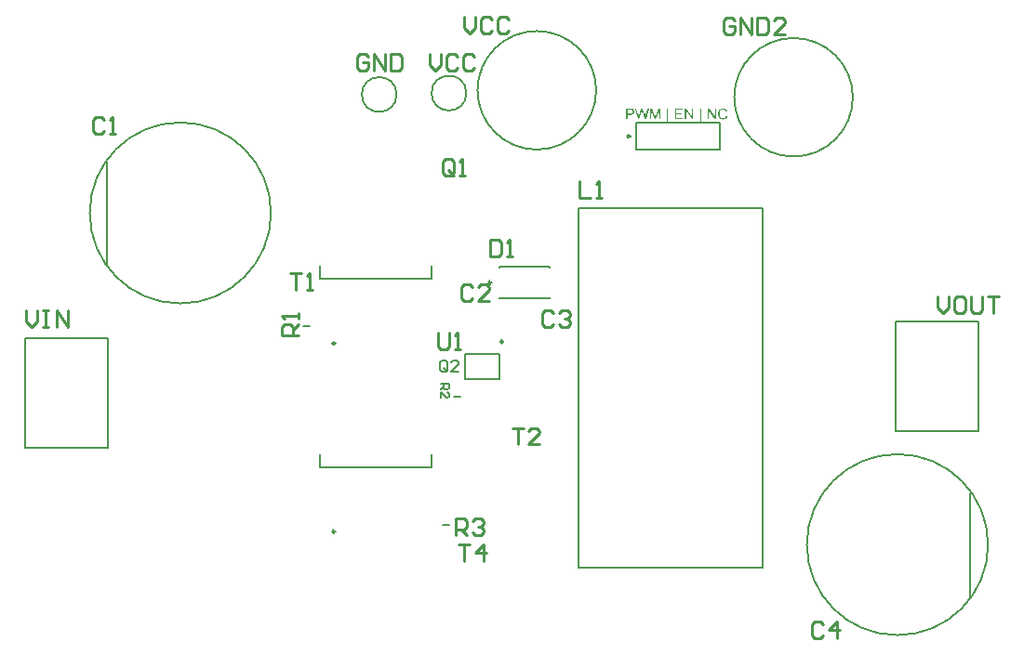
<source format=gto>
G04*
G04 #@! TF.GenerationSoftware,Altium Limited,Altium Designer,24.10.1 (45)*
G04*
G04 Layer_Color=65535*
%FSLAX44Y44*%
%MOMM*%
G71*
G04*
G04 #@! TF.SameCoordinates,4BA20A26-6699-4CC0-9CF9-A882EA70ABF6*
G04*
G04*
G04 #@! TF.FilePolarity,Positive*
G04*
G01*
G75*
%ADD10C,0.2000*%
%ADD11C,0.1500*%
%ADD12C,0.2500*%
%ADD13C,0.1524*%
%ADD14C,0.2540*%
%ADD15C,0.2032*%
%ADD16C,0.1270*%
G36*
X666332Y527113D02*
X666438Y527106D01*
X666564Y527099D01*
X666705Y527078D01*
X666867Y527057D01*
X667050Y527029D01*
X667240Y526986D01*
X667437Y526937D01*
X667641Y526881D01*
X667845Y526803D01*
X668049Y526719D01*
X668260Y526620D01*
X668457Y526508D01*
X668647Y526374D01*
X668661Y526367D01*
X668689Y526339D01*
X668745Y526297D01*
X668809Y526233D01*
X668893Y526163D01*
X668985Y526065D01*
X669083Y525959D01*
X669196Y525832D01*
X669308Y525692D01*
X669428Y525537D01*
X669540Y525361D01*
X669653Y525178D01*
X669766Y524974D01*
X669864Y524756D01*
X669963Y524524D01*
X670040Y524277D01*
X668774Y523982D01*
X668767Y523996D01*
X668760Y524031D01*
X668738Y524081D01*
X668710Y524158D01*
X668675Y524242D01*
X668633Y524341D01*
X668577Y524453D01*
X668520Y524573D01*
X668457Y524700D01*
X668380Y524826D01*
X668302Y524953D01*
X668211Y525087D01*
X668112Y525206D01*
X668014Y525326D01*
X667901Y525431D01*
X667782Y525530D01*
X667775Y525537D01*
X667754Y525551D01*
X667718Y525572D01*
X667669Y525607D01*
X667606Y525643D01*
X667528Y525685D01*
X667437Y525727D01*
X667338Y525776D01*
X667226Y525818D01*
X667106Y525861D01*
X666973Y525903D01*
X666832Y525938D01*
X666677Y525973D01*
X666515Y525994D01*
X666346Y526008D01*
X666163Y526015D01*
X666058D01*
X665980Y526008D01*
X665882Y526001D01*
X665769Y525987D01*
X665643Y525973D01*
X665509Y525945D01*
X665361Y525917D01*
X665213Y525882D01*
X665059Y525840D01*
X664897Y525790D01*
X664742Y525727D01*
X664587Y525649D01*
X664433Y525572D01*
X664285Y525474D01*
X664278Y525467D01*
X664250Y525452D01*
X664214Y525417D01*
X664165Y525375D01*
X664102Y525319D01*
X664032Y525256D01*
X663954Y525178D01*
X663870Y525094D01*
X663785Y524995D01*
X663694Y524890D01*
X663609Y524770D01*
X663525Y524636D01*
X663440Y524503D01*
X663363Y524355D01*
X663293Y524200D01*
X663229Y524031D01*
Y524024D01*
X663215Y523989D01*
X663201Y523940D01*
X663180Y523876D01*
X663159Y523792D01*
X663131Y523694D01*
X663110Y523581D01*
X663082Y523454D01*
X663054Y523321D01*
X663025Y523173D01*
X662997Y523018D01*
X662976Y522856D01*
X662941Y522519D01*
X662934Y522343D01*
X662927Y522160D01*
Y522146D01*
Y522104D01*
Y522040D01*
X662934Y521949D01*
X662941Y521843D01*
X662948Y521716D01*
X662955Y521576D01*
X662969Y521428D01*
X662990Y521259D01*
X663011Y521083D01*
X663082Y520724D01*
X663117Y520535D01*
X663166Y520351D01*
X663222Y520169D01*
X663286Y519993D01*
X663293Y519986D01*
X663300Y519950D01*
X663321Y519908D01*
X663356Y519845D01*
X663391Y519768D01*
X663440Y519676D01*
X663497Y519578D01*
X663560Y519472D01*
X663637Y519366D01*
X663722Y519254D01*
X663813Y519134D01*
X663912Y519022D01*
X664025Y518909D01*
X664144Y518804D01*
X664271Y518705D01*
X664411Y518614D01*
X664418Y518607D01*
X664447Y518593D01*
X664489Y518572D01*
X664545Y518543D01*
X664615Y518508D01*
X664700Y518466D01*
X664798Y518431D01*
X664904Y518388D01*
X665024Y518339D01*
X665150Y518304D01*
X665291Y518262D01*
X665432Y518227D01*
X665586Y518199D01*
X665741Y518177D01*
X665903Y518163D01*
X666065Y518156D01*
X666114D01*
X666170Y518163D01*
X666248D01*
X666339Y518177D01*
X666445Y518191D01*
X666571Y518206D01*
X666698Y518234D01*
X666839Y518269D01*
X666987Y518311D01*
X667141Y518360D01*
X667296Y518417D01*
X667451Y518487D01*
X667606Y518572D01*
X667754Y518670D01*
X667901Y518775D01*
X667908Y518783D01*
X667936Y518804D01*
X667972Y518839D01*
X668021Y518895D01*
X668084Y518958D01*
X668155Y519036D01*
X668232Y519134D01*
X668309Y519240D01*
X668394Y519366D01*
X668478Y519500D01*
X668570Y519655D01*
X668647Y519824D01*
X668731Y520000D01*
X668802Y520197D01*
X668865Y520401D01*
X668921Y520626D01*
X670209Y520302D01*
Y520295D01*
X670202Y520281D01*
X670195Y520260D01*
X670188Y520232D01*
X670181Y520197D01*
X670167Y520148D01*
X670132Y520042D01*
X670082Y519908D01*
X670026Y519761D01*
X669956Y519592D01*
X669871Y519409D01*
X669780Y519212D01*
X669674Y519015D01*
X669555Y518818D01*
X669421Y518614D01*
X669273Y518417D01*
X669111Y518227D01*
X668935Y518051D01*
X668745Y517882D01*
X668731Y517875D01*
X668696Y517847D01*
X668640Y517805D01*
X668556Y517755D01*
X668457Y517692D01*
X668330Y517622D01*
X668190Y517544D01*
X668028Y517467D01*
X667852Y517389D01*
X667655Y517312D01*
X667444Y517242D01*
X667219Y517178D01*
X666973Y517129D01*
X666719Y517087D01*
X666452Y517059D01*
X666170Y517052D01*
X666065D01*
X666016Y517059D01*
X665910D01*
X665776Y517073D01*
X665622Y517087D01*
X665446Y517108D01*
X665263Y517129D01*
X665059Y517164D01*
X664855Y517206D01*
X664637Y517263D01*
X664426Y517319D01*
X664214Y517397D01*
X664003Y517481D01*
X663799Y517579D01*
X663609Y517692D01*
X663595Y517699D01*
X663567Y517720D01*
X663518Y517762D01*
X663447Y517812D01*
X663363Y517875D01*
X663272Y517959D01*
X663166Y518051D01*
X663054Y518163D01*
X662934Y518290D01*
X662814Y518424D01*
X662688Y518578D01*
X662561Y518740D01*
X662441Y518923D01*
X662322Y519113D01*
X662209Y519324D01*
X662111Y519542D01*
Y519549D01*
X662104Y519557D01*
X662090Y519599D01*
X662061Y519662D01*
X662033Y519753D01*
X661991Y519866D01*
X661949Y520000D01*
X661900Y520154D01*
X661858Y520323D01*
X661808Y520513D01*
X661759Y520717D01*
X661717Y520928D01*
X661674Y521161D01*
X661646Y521393D01*
X661618Y521639D01*
X661604Y521892D01*
X661597Y522153D01*
Y522160D01*
Y522174D01*
Y522195D01*
Y522223D01*
Y522258D01*
X661604Y522300D01*
Y522406D01*
X661618Y522540D01*
X661625Y522695D01*
X661646Y522870D01*
X661667Y523060D01*
X661703Y523257D01*
X661738Y523468D01*
X661787Y523694D01*
X661843Y523919D01*
X661907Y524144D01*
X661984Y524369D01*
X662076Y524587D01*
X662174Y524805D01*
X662181Y524819D01*
X662202Y524854D01*
X662237Y524911D01*
X662280Y524995D01*
X662343Y525087D01*
X662413Y525192D01*
X662505Y525319D01*
X662603Y525446D01*
X662709Y525579D01*
X662835Y525727D01*
X662969Y525868D01*
X663117Y526008D01*
X663279Y526149D01*
X663447Y526283D01*
X663631Y526409D01*
X663828Y526529D01*
X663841Y526536D01*
X663877Y526557D01*
X663933Y526585D01*
X664017Y526620D01*
X664116Y526670D01*
X664236Y526719D01*
X664376Y526768D01*
X664524Y526824D01*
X664693Y526881D01*
X664876Y526930D01*
X665073Y526986D01*
X665277Y527029D01*
X665495Y527064D01*
X665720Y527092D01*
X665952Y527113D01*
X666191Y527120D01*
X666290D01*
X666332Y527113D01*
D02*
G37*
G36*
X659803Y517214D02*
X658473D01*
X653372Y524854D01*
Y517214D01*
X652134D01*
Y526951D01*
X653457D01*
X658565Y519303D01*
Y526951D01*
X659803D01*
Y517214D01*
D02*
G37*
G36*
X638893D02*
X637563D01*
X632462Y524854D01*
Y517214D01*
X631224D01*
Y526951D01*
X632546D01*
X637654Y519303D01*
Y526951D01*
X638893D01*
Y517214D01*
D02*
G37*
G36*
X609012D02*
X607766D01*
Y525361D01*
X604931Y517214D01*
X603763D01*
X600956Y525502D01*
Y517214D01*
X599710D01*
Y526951D01*
X601645D01*
X603953Y520056D01*
X603960Y520042D01*
X603967Y520014D01*
X603981Y519965D01*
X604002Y519901D01*
X604030Y519817D01*
X604058Y519725D01*
X604094Y519627D01*
X604129Y519514D01*
X604206Y519282D01*
X604283Y519043D01*
X604319Y518923D01*
X604354Y518811D01*
X604389Y518712D01*
X604417Y518614D01*
Y518621D01*
X604424Y518642D01*
X604438Y518670D01*
X604452Y518712D01*
X604466Y518769D01*
X604487Y518839D01*
X604516Y518916D01*
X604544Y519008D01*
X604579Y519113D01*
X604621Y519226D01*
X604663Y519352D01*
X604706Y519493D01*
X604762Y519648D01*
X604811Y519810D01*
X604874Y519986D01*
X604938Y520176D01*
X607274Y526951D01*
X609012D01*
Y517214D01*
D02*
G37*
G36*
X595883D02*
X594630D01*
X592597Y524629D01*
Y524643D01*
X592583Y524672D01*
X592569Y524714D01*
X592555Y524777D01*
X592534Y524854D01*
X592513Y524932D01*
X592485Y525023D01*
X592456Y525122D01*
X592400Y525319D01*
X592379Y525410D01*
X592351Y525502D01*
X592330Y525586D01*
X592309Y525657D01*
X592295Y525720D01*
X592280Y525769D01*
Y525762D01*
X592273Y525741D01*
X592266Y525706D01*
X592252Y525657D01*
X592238Y525600D01*
X592224Y525530D01*
X592203Y525460D01*
X592182Y525375D01*
X592140Y525199D01*
X592090Y525009D01*
X592041Y524812D01*
X591992Y524629D01*
X589944Y517214D01*
X588608D01*
X586040Y526951D01*
X587355D01*
X588833Y520563D01*
Y520549D01*
X588847Y520520D01*
X588854Y520464D01*
X588875Y520394D01*
X588896Y520302D01*
X588917Y520197D01*
X588946Y520070D01*
X588974Y519936D01*
X589009Y519796D01*
X589037Y519641D01*
X589072Y519472D01*
X589107Y519303D01*
X589178Y518944D01*
X589248Y518572D01*
Y518578D01*
X589255Y518593D01*
Y518614D01*
X589262Y518642D01*
X589276Y518677D01*
X589283Y518719D01*
X589304Y518818D01*
X589339Y518944D01*
X589368Y519078D01*
X589403Y519226D01*
X589445Y519381D01*
X589522Y519697D01*
X589558Y519852D01*
X589593Y519993D01*
X589628Y520119D01*
X589649Y520225D01*
X589677Y520316D01*
X589684Y520345D01*
X589691Y520373D01*
X591535Y526951D01*
X593089D01*
X594483Y522019D01*
Y522012D01*
X594490Y521998D01*
X594497Y521970D01*
X594504Y521935D01*
X594518Y521892D01*
X594532Y521836D01*
X594546Y521780D01*
X594567Y521709D01*
X594588Y521632D01*
X594609Y521548D01*
X594659Y521351D01*
X594715Y521139D01*
X594771Y520900D01*
X594834Y520640D01*
X594898Y520373D01*
X594961Y520084D01*
X595024Y519789D01*
X595144Y519184D01*
X595243Y518572D01*
Y518586D01*
X595249Y518614D01*
X595264Y518663D01*
X595278Y518733D01*
X595299Y518825D01*
X595320Y518923D01*
X595348Y519050D01*
X595376Y519184D01*
X595411Y519331D01*
X595447Y519493D01*
X595482Y519669D01*
X595531Y519852D01*
X595573Y520049D01*
X595622Y520253D01*
X595672Y520471D01*
X595728Y520689D01*
X597255Y526951D01*
X598556D01*
X595883Y517214D01*
D02*
G37*
G36*
X629232Y525804D02*
X623484D01*
Y522821D01*
X628867D01*
Y521674D01*
X623484D01*
Y518360D01*
X629458D01*
Y517214D01*
X622197D01*
Y526951D01*
X629232D01*
Y525804D01*
D02*
G37*
G36*
X581853Y526944D02*
X581952D01*
X582064Y526937D01*
X582304Y526930D01*
X582550Y526909D01*
X582789Y526888D01*
X582902Y526867D01*
X583000Y526853D01*
X583007D01*
X583035Y526846D01*
X583071Y526838D01*
X583120Y526832D01*
X583183Y526817D01*
X583254Y526796D01*
X583331Y526775D01*
X583422Y526754D01*
X583612Y526691D01*
X583809Y526606D01*
X584013Y526515D01*
X584203Y526395D01*
X584210Y526388D01*
X584224Y526381D01*
X584253Y526360D01*
X584281Y526332D01*
X584323Y526304D01*
X584372Y526262D01*
X584428Y526212D01*
X584485Y526156D01*
X584541Y526093D01*
X584604Y526022D01*
X584738Y525861D01*
X584865Y525671D01*
X584984Y525460D01*
X584991Y525452D01*
X584998Y525431D01*
X585012Y525396D01*
X585034Y525354D01*
X585055Y525298D01*
X585076Y525227D01*
X585104Y525150D01*
X585132Y525065D01*
X585160Y524974D01*
X585188Y524869D01*
X585209Y524763D01*
X585231Y524643D01*
X585266Y524397D01*
X585280Y524130D01*
Y524116D01*
Y524073D01*
X585273Y524010D01*
X585266Y523926D01*
X585259Y523813D01*
X585238Y523694D01*
X585216Y523553D01*
X585181Y523405D01*
X585139Y523243D01*
X585083Y523074D01*
X585019Y522898D01*
X584942Y522723D01*
X584851Y522547D01*
X584745Y522371D01*
X584626Y522195D01*
X584485Y522033D01*
X584478Y522026D01*
X584450Y521998D01*
X584400Y521956D01*
X584330Y521899D01*
X584239Y521836D01*
X584126Y521759D01*
X583992Y521681D01*
X583830Y521604D01*
X583647Y521526D01*
X583443Y521449D01*
X583204Y521372D01*
X582951Y521308D01*
X582663Y521252D01*
X582508Y521231D01*
X582346Y521210D01*
X582177Y521196D01*
X582001Y521182D01*
X581818Y521175D01*
X579138D01*
Y517214D01*
X577850D01*
Y526951D01*
X581755D01*
X581853Y526944D01*
D02*
G37*
G36*
X646076Y514350D02*
X645035D01*
Y527113D01*
X646076D01*
Y514350D01*
D02*
G37*
G36*
X616097D02*
X615055D01*
Y527113D01*
X616097D01*
Y514350D01*
D02*
G37*
%LPC*%
G36*
X581783Y525804D02*
X579138D01*
Y522322D01*
X581769D01*
X581853Y522329D01*
X581952Y522336D01*
X582071Y522350D01*
X582198Y522364D01*
X582339Y522378D01*
X582627Y522434D01*
X582775Y522469D01*
X582923Y522519D01*
X583064Y522568D01*
X583197Y522631D01*
X583317Y522701D01*
X583422Y522786D01*
X583429Y522793D01*
X583443Y522807D01*
X583472Y522835D01*
X583507Y522870D01*
X583542Y522920D01*
X583591Y522976D01*
X583641Y523046D01*
X583690Y523124D01*
X583739Y523215D01*
X583781Y523307D01*
X583830Y523419D01*
X583866Y523532D01*
X583901Y523658D01*
X583929Y523799D01*
X583943Y523940D01*
X583950Y524095D01*
Y524102D01*
Y524123D01*
Y524151D01*
X583943Y524200D01*
Y524249D01*
X583936Y524313D01*
X583922Y524383D01*
X583915Y524453D01*
X583873Y524615D01*
X583816Y524791D01*
X583746Y524967D01*
X583697Y525051D01*
X583641Y525136D01*
Y525143D01*
X583626Y525157D01*
X583605Y525178D01*
X583584Y525206D01*
X583514Y525284D01*
X583422Y525375D01*
X583303Y525467D01*
X583169Y525565D01*
X583007Y525649D01*
X582824Y525713D01*
X582817D01*
X582810Y525720D01*
X582789D01*
X582761Y525727D01*
X582726Y525734D01*
X582677Y525741D01*
X582620Y525748D01*
X582550Y525762D01*
X582472Y525769D01*
X582388Y525776D01*
X582290Y525783D01*
X582177Y525790D01*
X582057Y525797D01*
X581924D01*
X581783Y525804D01*
D02*
G37*
%LPD*%
D10*
X550570Y543560D02*
G03*
X550570Y543560I-54000J0D01*
G01*
X432410Y541020D02*
G03*
X432410Y541020I-15850J0D01*
G01*
X368910Y539750D02*
G03*
X368910Y539750I-15850J0D01*
G01*
X784250Y537210D02*
G03*
X784250Y537210I-54000J0D01*
G01*
X31080Y217970D02*
Y317970D01*
X106080Y217970D02*
Y317970D01*
X31080Y217970D02*
X106080D01*
X31080Y317970D02*
X106080D01*
X105550Y384800D02*
Y478800D01*
X891330Y82540D02*
Y176540D01*
X462140Y382050D02*
Y382800D01*
Y353800D02*
Y354550D01*
Y353800D02*
X508140D01*
Y382050D02*
Y382800D01*
Y353800D02*
Y354550D01*
X462140Y382800D02*
X508140D01*
X298758Y371896D02*
Y383396D01*
Y371896D02*
X400758D01*
Y383396D01*
X298758Y200146D02*
Y211646D01*
Y200146D02*
X400758D01*
Y211646D01*
X898560Y233210D02*
Y333210D01*
X823560Y233210D02*
Y333210D01*
X898560D01*
X823560Y233210D02*
X898560D01*
X284020Y328930D02*
X290020D01*
X411020Y147320D02*
X417020D01*
X420926Y264160D02*
X426926D01*
X431540Y303600D02*
X462540D01*
X431540Y280600D02*
X462540D01*
Y303600D01*
X431540Y280600D02*
Y303600D01*
X586740Y514100D02*
X662940D01*
X586740Y489200D02*
X662940D01*
X586740D02*
Y514100D01*
X662940Y489200D02*
Y514100D01*
D11*
X254550Y431800D02*
G03*
X254550Y431800I-82500J0D01*
G01*
X907330Y129540D02*
G03*
X907330Y129540I-82500J0D01*
G01*
D12*
X455140Y368300D02*
G03*
X455140Y368300I-1250J0D01*
G01*
X312908Y313146D02*
G03*
X312908Y313146I-1250J0D01*
G01*
Y141396D02*
G03*
X312908Y141396I-1250J0D01*
G01*
X465790Y314350D02*
G03*
X465790Y314350I-1250J0D01*
G01*
X581490Y501650D02*
G03*
X581490Y501650I-1250J0D01*
G01*
D13*
X534670Y108458D02*
X702310D01*
X534670Y436118D02*
X702310D01*
X534670Y108458D02*
Y436118D01*
X702310Y108458D02*
Y436118D01*
D14*
X31496Y343149D02*
Y332992D01*
X36574Y327914D01*
X41653Y332992D01*
Y343149D01*
X46731D02*
X51809D01*
X49270D01*
Y327914D01*
X46731D01*
X51809D01*
X59427D02*
Y343149D01*
X69584Y327914D01*
Y343149D01*
X430537Y610868D02*
Y600711D01*
X435615Y595633D01*
X440693Y600711D01*
Y610868D01*
X455928Y608328D02*
X453389Y610868D01*
X448311D01*
X445772Y608328D01*
Y598172D01*
X448311Y595633D01*
X453389D01*
X455928Y598172D01*
X471163Y608328D02*
X468624Y610868D01*
X463546D01*
X461007Y608328D01*
Y598172D01*
X463546Y595633D01*
X468624D01*
X471163Y598172D01*
X102870Y516888D02*
X100331Y519428D01*
X95253D01*
X92713Y516888D01*
Y506732D01*
X95253Y504193D01*
X100331D01*
X102870Y506732D01*
X107948Y504193D02*
X113027D01*
X110488D01*
Y519428D01*
X107948Y516888D01*
X757521Y57148D02*
X754982Y59688D01*
X749903D01*
X747364Y57148D01*
Y46992D01*
X749903Y44453D01*
X754982D01*
X757521Y46992D01*
X770217Y44453D02*
Y59688D01*
X762599Y52070D01*
X772756D01*
X453898Y407665D02*
Y392430D01*
X461516D01*
X464055Y394969D01*
Y405126D01*
X461516Y407665D01*
X453898D01*
X469133Y392430D02*
X474211D01*
X471672D01*
Y407665D01*
X469133Y405126D01*
X420878Y468378D02*
Y478534D01*
X418339Y481074D01*
X413260D01*
X410721Y478534D01*
Y468378D01*
X413260Y465839D01*
X418339D01*
X415800Y470917D02*
X420878Y465839D01*
X418339D02*
X420878Y468378D01*
X425956Y465839D02*
X431035D01*
X428496D01*
Y481074D01*
X425956Y478534D01*
X861069Y355598D02*
Y345441D01*
X866147Y340363D01*
X871226Y345441D01*
Y355598D01*
X883922D02*
X878843D01*
X876304Y353058D01*
Y342902D01*
X878843Y340363D01*
X883922D01*
X886461Y342902D01*
Y353058D01*
X883922Y355598D01*
X891539D02*
Y342902D01*
X894078Y340363D01*
X899157D01*
X901696Y342902D01*
Y355598D01*
X906774D02*
X916931D01*
X911853D01*
Y340363D01*
X438151Y364488D02*
X435612Y367028D01*
X430533D01*
X427994Y364488D01*
Y354332D01*
X430533Y351792D01*
X435612D01*
X438151Y354332D01*
X453386Y351792D02*
X443229D01*
X453386Y361949D01*
Y364488D01*
X450847Y367028D01*
X445768D01*
X443229Y364488D01*
X279398Y320043D02*
X264163D01*
Y327661D01*
X266702Y330200D01*
X271780D01*
X274319Y327661D01*
Y320043D01*
Y325122D02*
X279398Y330200D01*
Y335278D02*
Y340357D01*
Y337818D01*
X264163D01*
X266702Y335278D01*
X422914Y138433D02*
Y153668D01*
X430532D01*
X433071Y151128D01*
Y146050D01*
X430532Y143511D01*
X422914D01*
X427993D02*
X433071Y138433D01*
X438149Y151128D02*
X440688Y153668D01*
X445767D01*
X448306Y151128D01*
Y148589D01*
X445767Y146050D01*
X443228D01*
X445767D01*
X448306Y143511D01*
Y140972D01*
X445767Y138433D01*
X440688D01*
X438149Y140972D01*
X511811Y340358D02*
X509272Y342898D01*
X504193D01*
X501654Y340358D01*
Y330202D01*
X504193Y327663D01*
X509272D01*
X511811Y330202D01*
X516889Y340358D02*
X519428Y342898D01*
X524507D01*
X527046Y340358D01*
Y337819D01*
X524507Y335280D01*
X521968D01*
X524507D01*
X527046Y332741D01*
Y330202D01*
X524507Y327663D01*
X519428D01*
X516889Y330202D01*
X406403Y322578D02*
Y309882D01*
X408942Y307342D01*
X414021D01*
X416560Y309882D01*
Y322578D01*
X421638Y307342D02*
X426717D01*
X424178D01*
Y322578D01*
X421638Y320038D01*
X398787Y576578D02*
Y566421D01*
X403865Y561343D01*
X408943Y566421D01*
Y576578D01*
X424178Y574038D02*
X421639Y576578D01*
X416561D01*
X414022Y574038D01*
Y563882D01*
X416561Y561343D01*
X421639D01*
X424178Y563882D01*
X439413Y574038D02*
X436874Y576578D01*
X431796D01*
X429257Y574038D01*
Y563882D01*
X431796Y561343D01*
X436874D01*
X439413Y563882D01*
X535178Y461005D02*
Y445770D01*
X545335D01*
X550413D02*
X555491D01*
X552952D01*
Y461005D01*
X550413Y458466D01*
X425454Y129538D02*
X435611D01*
X430532D01*
Y114303D01*
X448307D02*
Y129538D01*
X440689Y121920D01*
X450846D01*
X473964Y235961D02*
X484121D01*
X479042D01*
Y220726D01*
X499356D02*
X489199D01*
X499356Y230883D01*
Y233422D01*
X496817Y235961D01*
X491738D01*
X489199Y233422D01*
X271783Y377188D02*
X281940D01*
X276862D01*
Y361953D01*
X287018D02*
X292097D01*
X289558D01*
Y377188D01*
X287018Y374648D01*
X342903Y574038D02*
X340364Y576578D01*
X335286D01*
X332747Y574038D01*
Y563882D01*
X335286Y561343D01*
X340364D01*
X342903Y563882D01*
Y568960D01*
X337825D01*
X347982Y561343D02*
Y576578D01*
X358138Y561343D01*
Y576578D01*
X363217D02*
Y561343D01*
X370834D01*
X373373Y563882D01*
Y574038D01*
X370834Y576578D01*
X363217D01*
X676916Y607058D02*
X674377Y609598D01*
X669298D01*
X666759Y607058D01*
Y596902D01*
X669298Y594362D01*
X674377D01*
X676916Y596902D01*
Y601980D01*
X671837D01*
X681994Y594362D02*
Y609598D01*
X692151Y594362D01*
Y609598D01*
X697229D02*
Y594362D01*
X704847D01*
X707386Y596902D01*
Y607058D01*
X704847Y609598D01*
X697229D01*
X722621Y594362D02*
X712464D01*
X722621Y604519D01*
Y607058D01*
X720082Y609598D01*
X715003D01*
X712464Y607058D01*
D15*
X414867Y288715D02*
Y295486D01*
X413174Y297178D01*
X409789D01*
X408096Y295486D01*
Y288715D01*
X409789Y287022D01*
X413174D01*
X411482Y290407D02*
X414867Y287022D01*
X413174D02*
X414867Y288715D01*
X425024Y287022D02*
X418253D01*
X425024Y293793D01*
Y295486D01*
X423331Y297178D01*
X419946D01*
X418253Y295486D01*
D16*
X408941Y276096D02*
X416559D01*
Y272287D01*
X415289Y271018D01*
X412750D01*
X411480Y272287D01*
Y276096D01*
Y273557D02*
X408941Y271018D01*
Y263400D02*
Y268478D01*
X414020Y263400D01*
X415289D01*
X416559Y264670D01*
Y267209D01*
X415289Y268478D01*
M02*

</source>
